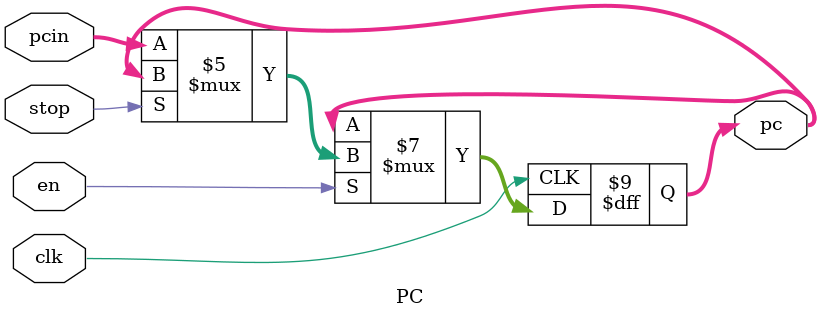
<source format=v>
`timescale 1ns / 1ps
module PC(clk,stop,en,pcin,pc);
    input clk,en,stop;
    input [31:0] pcin;
    output reg [31:0] pc;
    initial pc<=0;
    always @ (posedge clk)
        if(en) begin
            if(stop!=1)
                pc<=pcin;
            else pc<=pc;
        end
endmodule

</source>
